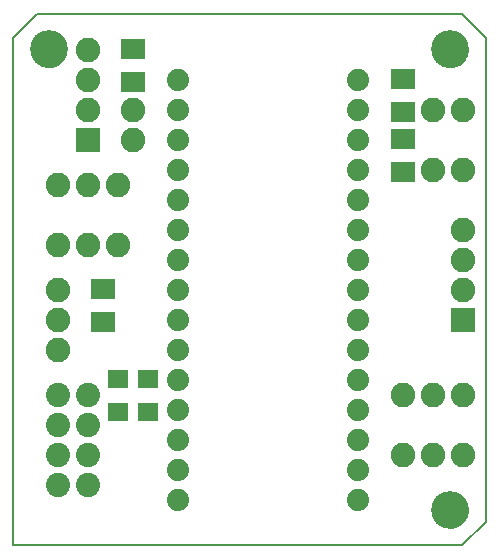
<source format=gts>
G75*
%MOIN*%
%OFA0B0*%
%FSLAX24Y24*%
%IPPOS*%
%LPD*%
%AMOC8*
5,1,8,0,0,1.08239X$1,22.5*
%
%ADD10C,0.0080*%
%ADD11C,0.0000*%
%ADD12C,0.1261*%
%ADD13C,0.0740*%
%ADD14C,0.0808*%
%ADD15C,0.0820*%
%ADD16R,0.0820X0.0820*%
%ADD17R,0.0789X0.0710*%
%ADD18R,0.0710X0.0631*%
D10*
X000400Y001125D02*
X000400Y018054D01*
X001187Y018842D01*
X015361Y018842D01*
X016148Y018054D01*
X016148Y001912D01*
X015361Y001125D01*
X000400Y001125D01*
D11*
X000990Y017660D02*
X000992Y017708D01*
X000998Y017756D01*
X001008Y017803D01*
X001021Y017849D01*
X001039Y017894D01*
X001059Y017938D01*
X001084Y017980D01*
X001112Y018019D01*
X001142Y018056D01*
X001176Y018090D01*
X001213Y018122D01*
X001251Y018151D01*
X001292Y018176D01*
X001335Y018198D01*
X001380Y018216D01*
X001426Y018230D01*
X001473Y018241D01*
X001521Y018248D01*
X001569Y018251D01*
X001617Y018250D01*
X001665Y018245D01*
X001713Y018236D01*
X001759Y018224D01*
X001804Y018207D01*
X001848Y018187D01*
X001890Y018164D01*
X001930Y018137D01*
X001968Y018107D01*
X002003Y018074D01*
X002035Y018038D01*
X002065Y018000D01*
X002091Y017959D01*
X002113Y017916D01*
X002133Y017872D01*
X002148Y017827D01*
X002160Y017780D01*
X002168Y017732D01*
X002172Y017684D01*
X002172Y017636D01*
X002168Y017588D01*
X002160Y017540D01*
X002148Y017493D01*
X002133Y017448D01*
X002113Y017404D01*
X002091Y017361D01*
X002065Y017320D01*
X002035Y017282D01*
X002003Y017246D01*
X001968Y017213D01*
X001930Y017183D01*
X001890Y017156D01*
X001848Y017133D01*
X001804Y017113D01*
X001759Y017096D01*
X001713Y017084D01*
X001665Y017075D01*
X001617Y017070D01*
X001569Y017069D01*
X001521Y017072D01*
X001473Y017079D01*
X001426Y017090D01*
X001380Y017104D01*
X001335Y017122D01*
X001292Y017144D01*
X001251Y017169D01*
X001213Y017198D01*
X001176Y017230D01*
X001142Y017264D01*
X001112Y017301D01*
X001084Y017340D01*
X001059Y017382D01*
X001039Y017426D01*
X001021Y017471D01*
X001008Y017517D01*
X000998Y017564D01*
X000992Y017612D01*
X000990Y017660D01*
X014376Y017660D02*
X014378Y017708D01*
X014384Y017756D01*
X014394Y017803D01*
X014407Y017849D01*
X014425Y017894D01*
X014445Y017938D01*
X014470Y017980D01*
X014498Y018019D01*
X014528Y018056D01*
X014562Y018090D01*
X014599Y018122D01*
X014637Y018151D01*
X014678Y018176D01*
X014721Y018198D01*
X014766Y018216D01*
X014812Y018230D01*
X014859Y018241D01*
X014907Y018248D01*
X014955Y018251D01*
X015003Y018250D01*
X015051Y018245D01*
X015099Y018236D01*
X015145Y018224D01*
X015190Y018207D01*
X015234Y018187D01*
X015276Y018164D01*
X015316Y018137D01*
X015354Y018107D01*
X015389Y018074D01*
X015421Y018038D01*
X015451Y018000D01*
X015477Y017959D01*
X015499Y017916D01*
X015519Y017872D01*
X015534Y017827D01*
X015546Y017780D01*
X015554Y017732D01*
X015558Y017684D01*
X015558Y017636D01*
X015554Y017588D01*
X015546Y017540D01*
X015534Y017493D01*
X015519Y017448D01*
X015499Y017404D01*
X015477Y017361D01*
X015451Y017320D01*
X015421Y017282D01*
X015389Y017246D01*
X015354Y017213D01*
X015316Y017183D01*
X015276Y017156D01*
X015234Y017133D01*
X015190Y017113D01*
X015145Y017096D01*
X015099Y017084D01*
X015051Y017075D01*
X015003Y017070D01*
X014955Y017069D01*
X014907Y017072D01*
X014859Y017079D01*
X014812Y017090D01*
X014766Y017104D01*
X014721Y017122D01*
X014678Y017144D01*
X014637Y017169D01*
X014599Y017198D01*
X014562Y017230D01*
X014528Y017264D01*
X014498Y017301D01*
X014470Y017340D01*
X014445Y017382D01*
X014425Y017426D01*
X014407Y017471D01*
X014394Y017517D01*
X014384Y017564D01*
X014378Y017612D01*
X014376Y017660D01*
X014376Y002306D02*
X014378Y002354D01*
X014384Y002402D01*
X014394Y002449D01*
X014407Y002495D01*
X014425Y002540D01*
X014445Y002584D01*
X014470Y002626D01*
X014498Y002665D01*
X014528Y002702D01*
X014562Y002736D01*
X014599Y002768D01*
X014637Y002797D01*
X014678Y002822D01*
X014721Y002844D01*
X014766Y002862D01*
X014812Y002876D01*
X014859Y002887D01*
X014907Y002894D01*
X014955Y002897D01*
X015003Y002896D01*
X015051Y002891D01*
X015099Y002882D01*
X015145Y002870D01*
X015190Y002853D01*
X015234Y002833D01*
X015276Y002810D01*
X015316Y002783D01*
X015354Y002753D01*
X015389Y002720D01*
X015421Y002684D01*
X015451Y002646D01*
X015477Y002605D01*
X015499Y002562D01*
X015519Y002518D01*
X015534Y002473D01*
X015546Y002426D01*
X015554Y002378D01*
X015558Y002330D01*
X015558Y002282D01*
X015554Y002234D01*
X015546Y002186D01*
X015534Y002139D01*
X015519Y002094D01*
X015499Y002050D01*
X015477Y002007D01*
X015451Y001966D01*
X015421Y001928D01*
X015389Y001892D01*
X015354Y001859D01*
X015316Y001829D01*
X015276Y001802D01*
X015234Y001779D01*
X015190Y001759D01*
X015145Y001742D01*
X015099Y001730D01*
X015051Y001721D01*
X015003Y001716D01*
X014955Y001715D01*
X014907Y001718D01*
X014859Y001725D01*
X014812Y001736D01*
X014766Y001750D01*
X014721Y001768D01*
X014678Y001790D01*
X014637Y001815D01*
X014599Y001844D01*
X014562Y001876D01*
X014528Y001910D01*
X014498Y001947D01*
X014470Y001986D01*
X014445Y002028D01*
X014425Y002072D01*
X014407Y002117D01*
X014394Y002163D01*
X014384Y002210D01*
X014378Y002258D01*
X014376Y002306D01*
D12*
X014967Y002306D03*
X014967Y017660D03*
X001581Y017660D03*
D13*
X005900Y016625D03*
X005900Y015625D03*
X005900Y014625D03*
X005900Y013625D03*
X005900Y012625D03*
X005900Y011625D03*
X005900Y010625D03*
X005900Y009625D03*
X005900Y008625D03*
X005900Y007625D03*
X005900Y006625D03*
X005900Y005625D03*
X005900Y004625D03*
X005900Y003625D03*
X005900Y002625D03*
X011900Y002625D03*
X011900Y003625D03*
X011900Y004625D03*
X011900Y005625D03*
X011900Y006625D03*
X011900Y007625D03*
X011900Y008625D03*
X011900Y009625D03*
X011900Y010625D03*
X011900Y011625D03*
X011900Y012625D03*
X011900Y013625D03*
X011900Y014625D03*
X011900Y015625D03*
X011900Y016625D03*
D14*
X002900Y006125D03*
X002900Y005125D03*
X002900Y004125D03*
X002900Y003125D03*
X001900Y003125D03*
X001900Y004125D03*
X001900Y005125D03*
X001900Y006125D03*
D15*
X001900Y007625D03*
X001900Y008625D03*
X001900Y009625D03*
X001900Y011125D03*
X002900Y011125D03*
X003900Y011125D03*
X003900Y013125D03*
X002900Y013125D03*
X001900Y013125D03*
X002900Y015625D03*
X002900Y016625D03*
X002900Y017625D03*
X004400Y015625D03*
X004400Y014625D03*
X013400Y006125D03*
X014400Y006125D03*
X015400Y006125D03*
X015400Y004125D03*
X014400Y004125D03*
X013400Y004125D03*
X015400Y009625D03*
X015400Y010625D03*
X015400Y011625D03*
X015400Y013625D03*
X014400Y013625D03*
X014400Y015625D03*
X015400Y015625D03*
D16*
X015400Y008625D03*
X002900Y014625D03*
D17*
X004400Y016574D03*
X004400Y017676D03*
X003400Y009676D03*
X003400Y008574D03*
X013400Y013574D03*
X013400Y014676D03*
X013400Y015574D03*
X013400Y016676D03*
D18*
X004900Y006676D03*
X003900Y006676D03*
X003900Y005574D03*
X004900Y005574D03*
M02*

</source>
